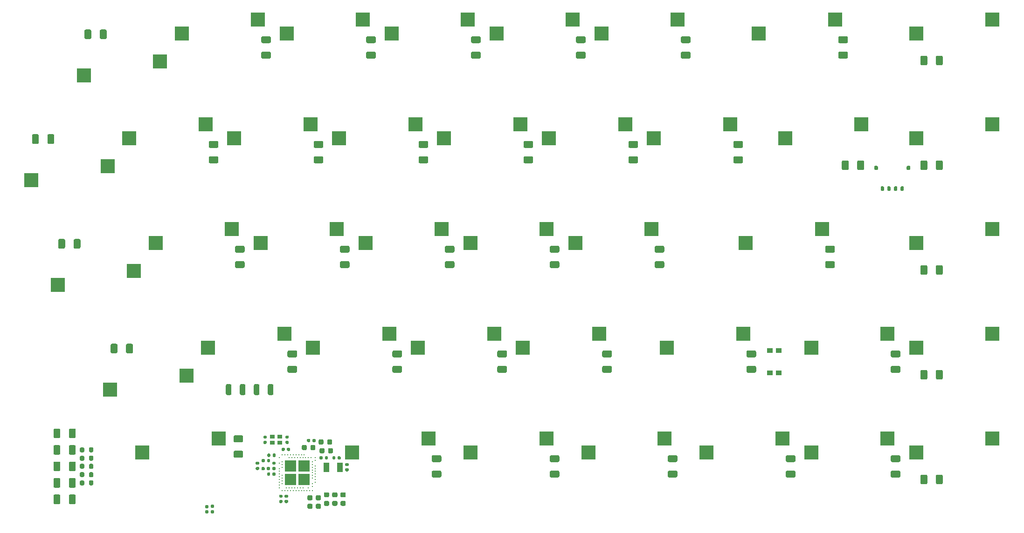
<source format=gbr>
%TF.GenerationSoftware,KiCad,Pcbnew,(5.1.10)-1*%
%TF.CreationDate,2023-08-12T15:50:14-04:00*%
%TF.ProjectId,niche65_mk2_right,6e696368-6536-4355-9f6d-6b325f726967,rev?*%
%TF.SameCoordinates,Original*%
%TF.FileFunction,Paste,Bot*%
%TF.FilePolarity,Positive*%
%FSLAX46Y46*%
G04 Gerber Fmt 4.6, Leading zero omitted, Abs format (unit mm)*
G04 Created by KiCad (PCBNEW (5.1.10)-1) date 2023-08-12 15:50:14*
%MOMM*%
%LPD*%
G01*
G04 APERTURE LIST*
%ADD10R,2.000000X2.000000*%
%ADD11C,0.250000*%
%ADD12R,2.550000X2.500000*%
%ADD13R,1.000000X0.900000*%
%ADD14R,1.000000X1.800000*%
%ADD15R,0.900000X0.800000*%
G04 APERTURE END LIST*
%TO.C,REF\u002A\u002A*%
G36*
G01*
X127122500Y-162980000D02*
X127122500Y-161480000D01*
G75*
G02*
X127372500Y-161230000I250000J0D01*
G01*
X127872500Y-161230000D01*
G75*
G02*
X128122500Y-161480000I0J-250000D01*
G01*
X128122500Y-162980000D01*
G75*
G02*
X127872500Y-163230000I-250000J0D01*
G01*
X127372500Y-163230000D01*
G75*
G02*
X127122500Y-162980000I0J250000D01*
G01*
G37*
%TD*%
%TO.C,REF\u002A\u002A*%
G36*
G01*
X119502500Y-162980000D02*
X119502500Y-161480000D01*
G75*
G02*
X119752500Y-161230000I250000J0D01*
G01*
X120252500Y-161230000D01*
G75*
G02*
X120502500Y-161480000I0J-250000D01*
G01*
X120502500Y-162980000D01*
G75*
G02*
X120252500Y-163230000I-250000J0D01*
G01*
X119752500Y-163230000D01*
G75*
G02*
X119502500Y-162980000I0J250000D01*
G01*
G37*
%TD*%
%TO.C,REF\u002A\u002A*%
G36*
G01*
X122042500Y-162980000D02*
X122042500Y-161480000D01*
G75*
G02*
X122292500Y-161230000I250000J0D01*
G01*
X122792500Y-161230000D01*
G75*
G02*
X123042500Y-161480000I0J-250000D01*
G01*
X123042500Y-162980000D01*
G75*
G02*
X122792500Y-163230000I-250000J0D01*
G01*
X122292500Y-163230000D01*
G75*
G02*
X122042500Y-162980000I0J250000D01*
G01*
G37*
%TD*%
%TO.C,REF\u002A\u002A*%
G36*
G01*
X124582500Y-162980000D02*
X124582500Y-161480000D01*
G75*
G02*
X124832500Y-161230000I250000J0D01*
G01*
X125332500Y-161230000D01*
G75*
G02*
X125582500Y-161480000I0J-250000D01*
G01*
X125582500Y-162980000D01*
G75*
G02*
X125332500Y-163230000I-250000J0D01*
G01*
X124832500Y-163230000D01*
G75*
G02*
X124582500Y-162980000I0J250000D01*
G01*
G37*
%TD*%
%TO.C,J1*%
G36*
G01*
X243093750Y-122137500D02*
X243093750Y-121687500D01*
G75*
G02*
X243268750Y-121512500I175000J0D01*
G01*
X243618750Y-121512500D01*
G75*
G02*
X243793750Y-121687500I0J-175000D01*
G01*
X243793750Y-122137500D01*
G75*
G02*
X243618750Y-122312500I-175000J0D01*
G01*
X243268750Y-122312500D01*
G75*
G02*
X243093750Y-122137500I0J175000D01*
G01*
G37*
G36*
G01*
X237193750Y-122137500D02*
X237193750Y-121687500D01*
G75*
G02*
X237368750Y-121512500I175000J0D01*
G01*
X237718750Y-121512500D01*
G75*
G02*
X237893750Y-121687500I0J-175000D01*
G01*
X237893750Y-122137500D01*
G75*
G02*
X237718750Y-122312500I-175000J0D01*
G01*
X237368750Y-122312500D01*
G75*
G02*
X237193750Y-122137500I0J175000D01*
G01*
G37*
G36*
G01*
X241993750Y-125962500D02*
X241993750Y-125412500D01*
G75*
G02*
X242143750Y-125262500I150000J0D01*
G01*
X242443750Y-125262500D01*
G75*
G02*
X242593750Y-125412500I0J-150000D01*
G01*
X242593750Y-125962500D01*
G75*
G02*
X242443750Y-126112500I-150000J0D01*
G01*
X242143750Y-126112500D01*
G75*
G02*
X241993750Y-125962500I0J150000D01*
G01*
G37*
G36*
G01*
X240793750Y-125962500D02*
X240793750Y-125412500D01*
G75*
G02*
X240943750Y-125262500I150000J0D01*
G01*
X241243750Y-125262500D01*
G75*
G02*
X241393750Y-125412500I0J-150000D01*
G01*
X241393750Y-125962500D01*
G75*
G02*
X241243750Y-126112500I-150000J0D01*
G01*
X240943750Y-126112500D01*
G75*
G02*
X240793750Y-125962500I0J150000D01*
G01*
G37*
G36*
G01*
X239593750Y-125962500D02*
X239593750Y-125412500D01*
G75*
G02*
X239743750Y-125262500I150000J0D01*
G01*
X240043750Y-125262500D01*
G75*
G02*
X240193750Y-125412500I0J-150000D01*
G01*
X240193750Y-125962500D01*
G75*
G02*
X240043750Y-126112500I-150000J0D01*
G01*
X239743750Y-126112500D01*
G75*
G02*
X239593750Y-125962500I0J150000D01*
G01*
G37*
G36*
G01*
X238393750Y-125962500D02*
X238393750Y-125412500D01*
G75*
G02*
X238543750Y-125262500I150000J0D01*
G01*
X238843750Y-125262500D01*
G75*
G02*
X238993750Y-125412500I0J-150000D01*
G01*
X238993750Y-125962500D01*
G75*
G02*
X238843750Y-126112500I-150000J0D01*
G01*
X238543750Y-126112500D01*
G75*
G02*
X238393750Y-125962500I0J150000D01*
G01*
G37*
%TD*%
D10*
%TO.C,U1*%
X131262500Y-178562500D03*
X133687500Y-178562500D03*
X131262500Y-176137500D03*
X133687500Y-176137500D03*
D11*
X129225000Y-174600000D03*
X129725000Y-175350000D03*
X133725000Y-174100000D03*
X134975000Y-174600000D03*
X130475000Y-180100000D03*
X129725000Y-180600000D03*
X135225000Y-180600000D03*
X135225000Y-179850000D03*
X135225000Y-179350000D03*
X135725000Y-179100000D03*
X135725000Y-178600000D03*
X135725000Y-178100000D03*
X135725000Y-177600000D03*
X135725000Y-177100000D03*
X135725000Y-176600000D03*
X135725000Y-176100000D03*
X135225000Y-178350000D03*
X135225000Y-177850000D03*
X135225000Y-177350000D03*
X135225000Y-176850000D03*
X135225000Y-176350000D03*
X135225000Y-175850000D03*
X135725000Y-175100000D03*
X135225000Y-175350000D03*
X135725000Y-174600000D03*
X134725000Y-180600000D03*
X134225000Y-180600000D03*
X133725000Y-180600000D03*
X133225000Y-180600000D03*
X132725000Y-180600000D03*
X132225000Y-180600000D03*
X131725000Y-180600000D03*
X131225000Y-180600000D03*
X130725000Y-180600000D03*
X130225000Y-180600000D03*
X130975000Y-180100000D03*
X131475000Y-180100000D03*
X131975000Y-180100000D03*
X132475000Y-180100000D03*
X132975000Y-180100000D03*
X133475000Y-180100000D03*
X134475000Y-180100000D03*
X134475000Y-174600000D03*
X133975000Y-174600000D03*
X133475000Y-174600000D03*
X132975000Y-174600000D03*
X132475000Y-174600000D03*
X131975000Y-174600000D03*
X131475000Y-174600000D03*
X130975000Y-174600000D03*
X133225000Y-174100000D03*
X132725000Y-174100000D03*
X132225000Y-174100000D03*
X131725000Y-174100000D03*
X131225000Y-174100000D03*
X130725000Y-174100000D03*
X130225000Y-174100000D03*
X129725000Y-174100000D03*
X129725000Y-175850000D03*
X129725000Y-176350000D03*
X129725000Y-177850000D03*
X129725000Y-178350000D03*
X129725000Y-178850000D03*
X129725000Y-179350000D03*
X129225000Y-175600000D03*
X129225000Y-176600000D03*
X129225000Y-177100000D03*
X129225000Y-177600000D03*
X129225000Y-178100000D03*
X129225000Y-178600000D03*
X129225000Y-179100000D03*
X129225000Y-179600000D03*
X129225000Y-180100000D03*
%TD*%
D12*
%TO.C,SW6*%
X201540000Y-94920000D03*
X187690000Y-97460000D03*
%TD*%
%TO.C,SW24*%
X196777500Y-133020000D03*
X182927500Y-135560000D03*
%TD*%
%TO.C,SW23*%
X177727500Y-133020000D03*
X163877500Y-135560000D03*
%TD*%
%TO.C,C1*%
G36*
G01*
X140525000Y-180925000D02*
X141025000Y-180925000D01*
G75*
G02*
X141250000Y-181150000I0J-225000D01*
G01*
X141250000Y-181600000D01*
G75*
G02*
X141025000Y-181825000I-225000J0D01*
G01*
X140525000Y-181825000D01*
G75*
G02*
X140300000Y-181600000I0J225000D01*
G01*
X140300000Y-181150000D01*
G75*
G02*
X140525000Y-180925000I225000J0D01*
G01*
G37*
G36*
G01*
X140525000Y-182475000D02*
X141025000Y-182475000D01*
G75*
G02*
X141250000Y-182700000I0J-225000D01*
G01*
X141250000Y-183150000D01*
G75*
G02*
X141025000Y-183375000I-225000J0D01*
G01*
X140525000Y-183375000D01*
G75*
G02*
X140300000Y-183150000I0J225000D01*
G01*
X140300000Y-182700000D01*
G75*
G02*
X140525000Y-182475000I225000J0D01*
G01*
G37*
%TD*%
%TO.C,C2*%
G36*
G01*
X130305000Y-181340000D02*
X130645000Y-181340000D01*
G75*
G02*
X130785000Y-181480000I0J-140000D01*
G01*
X130785000Y-181760000D01*
G75*
G02*
X130645000Y-181900000I-140000J0D01*
G01*
X130305000Y-181900000D01*
G75*
G02*
X130165000Y-181760000I0J140000D01*
G01*
X130165000Y-181480000D01*
G75*
G02*
X130305000Y-181340000I140000J0D01*
G01*
G37*
G36*
G01*
X130305000Y-182300000D02*
X130645000Y-182300000D01*
G75*
G02*
X130785000Y-182440000I0J-140000D01*
G01*
X130785000Y-182720000D01*
G75*
G02*
X130645000Y-182860000I-140000J0D01*
G01*
X130305000Y-182860000D01*
G75*
G02*
X130165000Y-182720000I0J140000D01*
G01*
X130165000Y-182440000D01*
G75*
G02*
X130305000Y-182300000I140000J0D01*
G01*
G37*
%TD*%
%TO.C,C3*%
G36*
G01*
X129305000Y-182300000D02*
X129645000Y-182300000D01*
G75*
G02*
X129785000Y-182440000I0J-140000D01*
G01*
X129785000Y-182720000D01*
G75*
G02*
X129645000Y-182860000I-140000J0D01*
G01*
X129305000Y-182860000D01*
G75*
G02*
X129165000Y-182720000I0J140000D01*
G01*
X129165000Y-182440000D01*
G75*
G02*
X129305000Y-182300000I140000J0D01*
G01*
G37*
G36*
G01*
X129305000Y-181340000D02*
X129645000Y-181340000D01*
G75*
G02*
X129785000Y-181480000I0J-140000D01*
G01*
X129785000Y-181760000D01*
G75*
G02*
X129645000Y-181900000I-140000J0D01*
G01*
X129305000Y-181900000D01*
G75*
G02*
X129165000Y-181760000I0J140000D01*
G01*
X129165000Y-181480000D01*
G75*
G02*
X129305000Y-181340000I140000J0D01*
G01*
G37*
%TD*%
%TO.C,C4*%
G36*
G01*
X131140000Y-172930000D02*
X131140000Y-173270000D01*
G75*
G02*
X131000000Y-173410000I-140000J0D01*
G01*
X130720000Y-173410000D01*
G75*
G02*
X130580000Y-173270000I0J140000D01*
G01*
X130580000Y-172930000D01*
G75*
G02*
X130720000Y-172790000I140000J0D01*
G01*
X131000000Y-172790000D01*
G75*
G02*
X131140000Y-172930000I0J-140000D01*
G01*
G37*
G36*
G01*
X130180000Y-172930000D02*
X130180000Y-173270000D01*
G75*
G02*
X130040000Y-173410000I-140000J0D01*
G01*
X129760000Y-173410000D01*
G75*
G02*
X129620000Y-173270000I0J140000D01*
G01*
X129620000Y-172930000D01*
G75*
G02*
X129760000Y-172790000I140000J0D01*
G01*
X130040000Y-172790000D01*
G75*
G02*
X130180000Y-172930000I0J-140000D01*
G01*
G37*
%TD*%
%TO.C,C5*%
G36*
G01*
X138050000Y-173600000D02*
X138050000Y-173100000D01*
G75*
G02*
X138275000Y-172875000I225000J0D01*
G01*
X138725000Y-172875000D01*
G75*
G02*
X138950000Y-173100000I0J-225000D01*
G01*
X138950000Y-173600000D01*
G75*
G02*
X138725000Y-173825000I-225000J0D01*
G01*
X138275000Y-173825000D01*
G75*
G02*
X138050000Y-173600000I0J225000D01*
G01*
G37*
G36*
G01*
X136500000Y-173600000D02*
X136500000Y-173100000D01*
G75*
G02*
X136725000Y-172875000I225000J0D01*
G01*
X137175000Y-172875000D01*
G75*
G02*
X137400000Y-173100000I0J-225000D01*
G01*
X137400000Y-173600000D01*
G75*
G02*
X137175000Y-173825000I-225000J0D01*
G01*
X136725000Y-173825000D01*
G75*
G02*
X136500000Y-173600000I0J225000D01*
G01*
G37*
%TD*%
%TO.C,C6*%
G36*
G01*
X139025000Y-182475000D02*
X139525000Y-182475000D01*
G75*
G02*
X139750000Y-182700000I0J-225000D01*
G01*
X139750000Y-183150000D01*
G75*
G02*
X139525000Y-183375000I-225000J0D01*
G01*
X139025000Y-183375000D01*
G75*
G02*
X138800000Y-183150000I0J225000D01*
G01*
X138800000Y-182700000D01*
G75*
G02*
X139025000Y-182475000I225000J0D01*
G01*
G37*
G36*
G01*
X139025000Y-180925000D02*
X139525000Y-180925000D01*
G75*
G02*
X139750000Y-181150000I0J-225000D01*
G01*
X139750000Y-181600000D01*
G75*
G02*
X139525000Y-181825000I-225000J0D01*
G01*
X139025000Y-181825000D01*
G75*
G02*
X138800000Y-181600000I0J225000D01*
G01*
X138800000Y-181150000D01*
G75*
G02*
X139025000Y-180925000I225000J0D01*
G01*
G37*
%TD*%
%TO.C,C7*%
G36*
G01*
X135011000Y-183909000D02*
X134511000Y-183909000D01*
G75*
G02*
X134286000Y-183684000I0J225000D01*
G01*
X134286000Y-183234000D01*
G75*
G02*
X134511000Y-183009000I225000J0D01*
G01*
X135011000Y-183009000D01*
G75*
G02*
X135236000Y-183234000I0J-225000D01*
G01*
X135236000Y-183684000D01*
G75*
G02*
X135011000Y-183909000I-225000J0D01*
G01*
G37*
G36*
G01*
X135011000Y-182359000D02*
X134511000Y-182359000D01*
G75*
G02*
X134286000Y-182134000I0J225000D01*
G01*
X134286000Y-181684000D01*
G75*
G02*
X134511000Y-181459000I225000J0D01*
G01*
X135011000Y-181459000D01*
G75*
G02*
X135236000Y-181684000I0J-225000D01*
G01*
X135236000Y-182134000D01*
G75*
G02*
X135011000Y-182359000I-225000J0D01*
G01*
G37*
%TD*%
%TO.C,C8*%
G36*
G01*
X134832000Y-173028000D02*
X134832000Y-172528000D01*
G75*
G02*
X135057000Y-172303000I225000J0D01*
G01*
X135507000Y-172303000D01*
G75*
G02*
X135732000Y-172528000I0J-225000D01*
G01*
X135732000Y-173028000D01*
G75*
G02*
X135507000Y-173253000I-225000J0D01*
G01*
X135057000Y-173253000D01*
G75*
G02*
X134832000Y-173028000I0J225000D01*
G01*
G37*
G36*
G01*
X133282000Y-173028000D02*
X133282000Y-172528000D01*
G75*
G02*
X133507000Y-172303000I225000J0D01*
G01*
X133957000Y-172303000D01*
G75*
G02*
X134182000Y-172528000I0J-225000D01*
G01*
X134182000Y-173028000D01*
G75*
G02*
X133957000Y-173253000I-225000J0D01*
G01*
X133507000Y-173253000D01*
G75*
G02*
X133282000Y-173028000I0J225000D01*
G01*
G37*
%TD*%
%TO.C,C9*%
G36*
G01*
X126015000Y-175320000D02*
X126015000Y-174980000D01*
G75*
G02*
X126155000Y-174840000I140000J0D01*
G01*
X126435000Y-174840000D01*
G75*
G02*
X126575000Y-174980000I0J-140000D01*
G01*
X126575000Y-175320000D01*
G75*
G02*
X126435000Y-175460000I-140000J0D01*
G01*
X126155000Y-175460000D01*
G75*
G02*
X126015000Y-175320000I0J140000D01*
G01*
G37*
G36*
G01*
X126975000Y-175320000D02*
X126975000Y-174980000D01*
G75*
G02*
X127115000Y-174840000I140000J0D01*
G01*
X127395000Y-174840000D01*
G75*
G02*
X127535000Y-174980000I0J-140000D01*
G01*
X127535000Y-175320000D01*
G75*
G02*
X127395000Y-175460000I-140000J0D01*
G01*
X127115000Y-175460000D01*
G75*
G02*
X126975000Y-175320000I0J140000D01*
G01*
G37*
%TD*%
%TO.C,C10*%
G36*
G01*
X136035000Y-181459000D02*
X136535000Y-181459000D01*
G75*
G02*
X136760000Y-181684000I0J-225000D01*
G01*
X136760000Y-182134000D01*
G75*
G02*
X136535000Y-182359000I-225000J0D01*
G01*
X136035000Y-182359000D01*
G75*
G02*
X135810000Y-182134000I0J225000D01*
G01*
X135810000Y-181684000D01*
G75*
G02*
X136035000Y-181459000I225000J0D01*
G01*
G37*
G36*
G01*
X136035000Y-183009000D02*
X136535000Y-183009000D01*
G75*
G02*
X136760000Y-183234000I0J-225000D01*
G01*
X136760000Y-183684000D01*
G75*
G02*
X136535000Y-183909000I-225000J0D01*
G01*
X136035000Y-183909000D01*
G75*
G02*
X135810000Y-183684000I0J225000D01*
G01*
X135810000Y-183234000D01*
G75*
G02*
X136035000Y-183009000I225000J0D01*
G01*
G37*
%TD*%
%TO.C,C11*%
G36*
G01*
X127545000Y-177430000D02*
X127545000Y-177770000D01*
G75*
G02*
X127405000Y-177910000I-140000J0D01*
G01*
X127125000Y-177910000D01*
G75*
G02*
X126985000Y-177770000I0J140000D01*
G01*
X126985000Y-177430000D01*
G75*
G02*
X127125000Y-177290000I140000J0D01*
G01*
X127405000Y-177290000D01*
G75*
G02*
X127545000Y-177430000I0J-140000D01*
G01*
G37*
G36*
G01*
X128505000Y-177430000D02*
X128505000Y-177770000D01*
G75*
G02*
X128365000Y-177910000I-140000J0D01*
G01*
X128085000Y-177910000D01*
G75*
G02*
X127945000Y-177770000I0J140000D01*
G01*
X127945000Y-177430000D01*
G75*
G02*
X128085000Y-177290000I140000J0D01*
G01*
X128365000Y-177290000D01*
G75*
G02*
X128505000Y-177430000I0J-140000D01*
G01*
G37*
%TD*%
%TO.C,C12*%
G36*
G01*
X128536000Y-174005000D02*
X128536000Y-174345000D01*
G75*
G02*
X128396000Y-174485000I-140000J0D01*
G01*
X128116000Y-174485000D01*
G75*
G02*
X127976000Y-174345000I0J140000D01*
G01*
X127976000Y-174005000D01*
G75*
G02*
X128116000Y-173865000I140000J0D01*
G01*
X128396000Y-173865000D01*
G75*
G02*
X128536000Y-174005000I0J-140000D01*
G01*
G37*
G36*
G01*
X127576000Y-174005000D02*
X127576000Y-174345000D01*
G75*
G02*
X127436000Y-174485000I-140000J0D01*
G01*
X127156000Y-174485000D01*
G75*
G02*
X127016000Y-174345000I0J140000D01*
G01*
X127016000Y-174005000D01*
G75*
G02*
X127156000Y-173865000I140000J0D01*
G01*
X127436000Y-173865000D01*
G75*
G02*
X127576000Y-174005000I0J-140000D01*
G01*
G37*
%TD*%
%TO.C,C13*%
G36*
G01*
X137475000Y-174820000D02*
X137475000Y-174480000D01*
G75*
G02*
X137615000Y-174340000I140000J0D01*
G01*
X137895000Y-174340000D01*
G75*
G02*
X138035000Y-174480000I0J-140000D01*
G01*
X138035000Y-174820000D01*
G75*
G02*
X137895000Y-174960000I-140000J0D01*
G01*
X137615000Y-174960000D01*
G75*
G02*
X137475000Y-174820000I0J140000D01*
G01*
G37*
G36*
G01*
X136515000Y-174820000D02*
X136515000Y-174480000D01*
G75*
G02*
X136655000Y-174340000I140000J0D01*
G01*
X136935000Y-174340000D01*
G75*
G02*
X137075000Y-174480000I0J-140000D01*
G01*
X137075000Y-174820000D01*
G75*
G02*
X136935000Y-174960000I-140000J0D01*
G01*
X136655000Y-174960000D01*
G75*
G02*
X136515000Y-174820000I0J140000D01*
G01*
G37*
%TD*%
%TO.C,C14*%
G36*
G01*
X138815000Y-174820000D02*
X138815000Y-174480000D01*
G75*
G02*
X138955000Y-174340000I140000J0D01*
G01*
X139235000Y-174340000D01*
G75*
G02*
X139375000Y-174480000I0J-140000D01*
G01*
X139375000Y-174820000D01*
G75*
G02*
X139235000Y-174960000I-140000J0D01*
G01*
X138955000Y-174960000D01*
G75*
G02*
X138815000Y-174820000I0J140000D01*
G01*
G37*
G36*
G01*
X139775000Y-174820000D02*
X139775000Y-174480000D01*
G75*
G02*
X139915000Y-174340000I140000J0D01*
G01*
X140195000Y-174340000D01*
G75*
G02*
X140335000Y-174480000I0J-140000D01*
G01*
X140335000Y-174820000D01*
G75*
G02*
X140195000Y-174960000I-140000J0D01*
G01*
X139915000Y-174960000D01*
G75*
G02*
X139775000Y-174820000I0J140000D01*
G01*
G37*
%TD*%
%TO.C,C15*%
G36*
G01*
X141305000Y-176550000D02*
X141645000Y-176550000D01*
G75*
G02*
X141785000Y-176690000I0J-140000D01*
G01*
X141785000Y-176970000D01*
G75*
G02*
X141645000Y-177110000I-140000J0D01*
G01*
X141305000Y-177110000D01*
G75*
G02*
X141165000Y-176970000I0J140000D01*
G01*
X141165000Y-176690000D01*
G75*
G02*
X141305000Y-176550000I140000J0D01*
G01*
G37*
G36*
G01*
X141305000Y-175590000D02*
X141645000Y-175590000D01*
G75*
G02*
X141785000Y-175730000I0J-140000D01*
G01*
X141785000Y-176010000D01*
G75*
G02*
X141645000Y-176150000I-140000J0D01*
G01*
X141305000Y-176150000D01*
G75*
G02*
X141165000Y-176010000I0J140000D01*
G01*
X141165000Y-175730000D01*
G75*
G02*
X141305000Y-175590000I140000J0D01*
G01*
G37*
%TD*%
%TO.C,C16*%
G36*
G01*
X115856250Y-183240000D02*
X116196250Y-183240000D01*
G75*
G02*
X116336250Y-183380000I0J-140000D01*
G01*
X116336250Y-183660000D01*
G75*
G02*
X116196250Y-183800000I-140000J0D01*
G01*
X115856250Y-183800000D01*
G75*
G02*
X115716250Y-183660000I0J140000D01*
G01*
X115716250Y-183380000D01*
G75*
G02*
X115856250Y-183240000I140000J0D01*
G01*
G37*
G36*
G01*
X115856250Y-184200000D02*
X116196250Y-184200000D01*
G75*
G02*
X116336250Y-184340000I0J-140000D01*
G01*
X116336250Y-184620000D01*
G75*
G02*
X116196250Y-184760000I-140000J0D01*
G01*
X115856250Y-184760000D01*
G75*
G02*
X115716250Y-184620000I0J140000D01*
G01*
X115716250Y-184340000D01*
G75*
G02*
X115856250Y-184200000I140000J0D01*
G01*
G37*
%TD*%
%TO.C,C17*%
G36*
G01*
X125395000Y-175900000D02*
X125055000Y-175900000D01*
G75*
G02*
X124915000Y-175760000I0J140000D01*
G01*
X124915000Y-175480000D01*
G75*
G02*
X125055000Y-175340000I140000J0D01*
G01*
X125395000Y-175340000D01*
G75*
G02*
X125535000Y-175480000I0J-140000D01*
G01*
X125535000Y-175760000D01*
G75*
G02*
X125395000Y-175900000I-140000J0D01*
G01*
G37*
G36*
G01*
X125395000Y-176860000D02*
X125055000Y-176860000D01*
G75*
G02*
X124915000Y-176720000I0J140000D01*
G01*
X124915000Y-176440000D01*
G75*
G02*
X125055000Y-176300000I140000J0D01*
G01*
X125395000Y-176300000D01*
G75*
G02*
X125535000Y-176440000I0J-140000D01*
G01*
X125535000Y-176720000D01*
G75*
G02*
X125395000Y-176860000I-140000J0D01*
G01*
G37*
%TD*%
%TO.C,C18*%
G36*
G01*
X128395000Y-176860000D02*
X128055000Y-176860000D01*
G75*
G02*
X127915000Y-176720000I0J140000D01*
G01*
X127915000Y-176440000D01*
G75*
G02*
X128055000Y-176300000I140000J0D01*
G01*
X128395000Y-176300000D01*
G75*
G02*
X128535000Y-176440000I0J-140000D01*
G01*
X128535000Y-176720000D01*
G75*
G02*
X128395000Y-176860000I-140000J0D01*
G01*
G37*
G36*
G01*
X128395000Y-175900000D02*
X128055000Y-175900000D01*
G75*
G02*
X127915000Y-175760000I0J140000D01*
G01*
X127915000Y-175480000D01*
G75*
G02*
X128055000Y-175340000I140000J0D01*
G01*
X128395000Y-175340000D01*
G75*
G02*
X128535000Y-175480000I0J-140000D01*
G01*
X128535000Y-175760000D01*
G75*
G02*
X128395000Y-175900000I-140000J0D01*
G01*
G37*
%TD*%
%TO.C,C19*%
G36*
G01*
X126440000Y-171550000D02*
X126780000Y-171550000D01*
G75*
G02*
X126920000Y-171690000I0J-140000D01*
G01*
X126920000Y-171970000D01*
G75*
G02*
X126780000Y-172110000I-140000J0D01*
G01*
X126440000Y-172110000D01*
G75*
G02*
X126300000Y-171970000I0J140000D01*
G01*
X126300000Y-171690000D01*
G75*
G02*
X126440000Y-171550000I140000J0D01*
G01*
G37*
G36*
G01*
X126440000Y-170590000D02*
X126780000Y-170590000D01*
G75*
G02*
X126920000Y-170730000I0J-140000D01*
G01*
X126920000Y-171010000D01*
G75*
G02*
X126780000Y-171150000I-140000J0D01*
G01*
X126440000Y-171150000D01*
G75*
G02*
X126300000Y-171010000I0J140000D01*
G01*
X126300000Y-170730000D01*
G75*
G02*
X126440000Y-170590000I140000J0D01*
G01*
G37*
%TD*%
%TO.C,C20*%
G36*
G01*
X130780000Y-172110000D02*
X130440000Y-172110000D01*
G75*
G02*
X130300000Y-171970000I0J140000D01*
G01*
X130300000Y-171690000D01*
G75*
G02*
X130440000Y-171550000I140000J0D01*
G01*
X130780000Y-171550000D01*
G75*
G02*
X130920000Y-171690000I0J-140000D01*
G01*
X130920000Y-171970000D01*
G75*
G02*
X130780000Y-172110000I-140000J0D01*
G01*
G37*
G36*
G01*
X130780000Y-171150000D02*
X130440000Y-171150000D01*
G75*
G02*
X130300000Y-171010000I0J140000D01*
G01*
X130300000Y-170730000D01*
G75*
G02*
X130440000Y-170590000I140000J0D01*
G01*
X130780000Y-170590000D01*
G75*
G02*
X130920000Y-170730000I0J-140000D01*
G01*
X130920000Y-171010000D01*
G75*
G02*
X130780000Y-171150000I-140000J0D01*
G01*
G37*
%TD*%
%TO.C,D1*%
G36*
G01*
X97857793Y-96993748D02*
X97857793Y-98243748D01*
G75*
G02*
X97607793Y-98493748I-250000J0D01*
G01*
X96857793Y-98493748D01*
G75*
G02*
X96607793Y-98243748I0J250000D01*
G01*
X96607793Y-96993748D01*
G75*
G02*
X96857793Y-96743748I250000J0D01*
G01*
X97607793Y-96743748D01*
G75*
G02*
X97857793Y-96993748I0J-250000D01*
G01*
G37*
G36*
G01*
X95057793Y-96993748D02*
X95057793Y-98243748D01*
G75*
G02*
X94807793Y-98493748I-250000J0D01*
G01*
X94057793Y-98493748D01*
G75*
G02*
X93807793Y-98243748I0J250000D01*
G01*
X93807793Y-96993748D01*
G75*
G02*
X94057793Y-96743748I250000J0D01*
G01*
X94807793Y-96743748D01*
G75*
G02*
X95057793Y-96993748I0J-250000D01*
G01*
G37*
%TD*%
%TO.C,D2*%
G36*
G01*
X127414069Y-99225000D02*
X126164069Y-99225000D01*
G75*
G02*
X125914069Y-98975000I0J250000D01*
G01*
X125914069Y-98225000D01*
G75*
G02*
X126164069Y-97975000I250000J0D01*
G01*
X127414069Y-97975000D01*
G75*
G02*
X127664069Y-98225000I0J-250000D01*
G01*
X127664069Y-98975000D01*
G75*
G02*
X127414069Y-99225000I-250000J0D01*
G01*
G37*
G36*
G01*
X127414069Y-102025000D02*
X126164069Y-102025000D01*
G75*
G02*
X125914069Y-101775000I0J250000D01*
G01*
X125914069Y-101025000D01*
G75*
G02*
X126164069Y-100775000I250000J0D01*
G01*
X127414069Y-100775000D01*
G75*
G02*
X127664069Y-101025000I0J-250000D01*
G01*
X127664069Y-101775000D01*
G75*
G02*
X127414069Y-102025000I-250000J0D01*
G01*
G37*
%TD*%
%TO.C,D3*%
G36*
G01*
X146464085Y-99225000D02*
X145214085Y-99225000D01*
G75*
G02*
X144964085Y-98975000I0J250000D01*
G01*
X144964085Y-98225000D01*
G75*
G02*
X145214085Y-97975000I250000J0D01*
G01*
X146464085Y-97975000D01*
G75*
G02*
X146714085Y-98225000I0J-250000D01*
G01*
X146714085Y-98975000D01*
G75*
G02*
X146464085Y-99225000I-250000J0D01*
G01*
G37*
G36*
G01*
X146464085Y-102025000D02*
X145214085Y-102025000D01*
G75*
G02*
X144964085Y-101775000I0J250000D01*
G01*
X144964085Y-101025000D01*
G75*
G02*
X145214085Y-100775000I250000J0D01*
G01*
X146464085Y-100775000D01*
G75*
G02*
X146714085Y-101025000I0J-250000D01*
G01*
X146714085Y-101775000D01*
G75*
G02*
X146464085Y-102025000I-250000J0D01*
G01*
G37*
%TD*%
%TO.C,D4*%
G36*
G01*
X165514101Y-99225000D02*
X164264101Y-99225000D01*
G75*
G02*
X164014101Y-98975000I0J250000D01*
G01*
X164014101Y-98225000D01*
G75*
G02*
X164264101Y-97975000I250000J0D01*
G01*
X165514101Y-97975000D01*
G75*
G02*
X165764101Y-98225000I0J-250000D01*
G01*
X165764101Y-98975000D01*
G75*
G02*
X165514101Y-99225000I-250000J0D01*
G01*
G37*
G36*
G01*
X165514101Y-102025000D02*
X164264101Y-102025000D01*
G75*
G02*
X164014101Y-101775000I0J250000D01*
G01*
X164014101Y-101025000D01*
G75*
G02*
X164264101Y-100775000I250000J0D01*
G01*
X165514101Y-100775000D01*
G75*
G02*
X165764101Y-101025000I0J-250000D01*
G01*
X165764101Y-101775000D01*
G75*
G02*
X165514101Y-102025000I-250000J0D01*
G01*
G37*
%TD*%
%TO.C,D5*%
G36*
G01*
X184564069Y-102025000D02*
X183314069Y-102025000D01*
G75*
G02*
X183064069Y-101775000I0J250000D01*
G01*
X183064069Y-101025000D01*
G75*
G02*
X183314069Y-100775000I250000J0D01*
G01*
X184564069Y-100775000D01*
G75*
G02*
X184814069Y-101025000I0J-250000D01*
G01*
X184814069Y-101775000D01*
G75*
G02*
X184564069Y-102025000I-250000J0D01*
G01*
G37*
G36*
G01*
X184564069Y-99225000D02*
X183314069Y-99225000D01*
G75*
G02*
X183064069Y-98975000I0J250000D01*
G01*
X183064069Y-98225000D01*
G75*
G02*
X183314069Y-97975000I250000J0D01*
G01*
X184564069Y-97975000D01*
G75*
G02*
X184814069Y-98225000I0J-250000D01*
G01*
X184814069Y-98975000D01*
G75*
G02*
X184564069Y-99225000I-250000J0D01*
G01*
G37*
%TD*%
%TO.C,D6*%
G36*
G01*
X203614085Y-99225000D02*
X202364085Y-99225000D01*
G75*
G02*
X202114085Y-98975000I0J250000D01*
G01*
X202114085Y-98225000D01*
G75*
G02*
X202364085Y-97975000I250000J0D01*
G01*
X203614085Y-97975000D01*
G75*
G02*
X203864085Y-98225000I0J-250000D01*
G01*
X203864085Y-98975000D01*
G75*
G02*
X203614085Y-99225000I-250000J0D01*
G01*
G37*
G36*
G01*
X203614085Y-102025000D02*
X202364085Y-102025000D01*
G75*
G02*
X202114085Y-101775000I0J250000D01*
G01*
X202114085Y-101025000D01*
G75*
G02*
X202364085Y-100775000I250000J0D01*
G01*
X203614085Y-100775000D01*
G75*
G02*
X203864085Y-101025000I0J-250000D01*
G01*
X203864085Y-101775000D01*
G75*
G02*
X203614085Y-102025000I-250000J0D01*
G01*
G37*
%TD*%
%TO.C,D8*%
G36*
G01*
X232189109Y-99225000D02*
X230939109Y-99225000D01*
G75*
G02*
X230689109Y-98975000I0J250000D01*
G01*
X230689109Y-98225000D01*
G75*
G02*
X230939109Y-97975000I250000J0D01*
G01*
X232189109Y-97975000D01*
G75*
G02*
X232439109Y-98225000I0J-250000D01*
G01*
X232439109Y-98975000D01*
G75*
G02*
X232189109Y-99225000I-250000J0D01*
G01*
G37*
G36*
G01*
X232189109Y-102025000D02*
X230939109Y-102025000D01*
G75*
G02*
X230689109Y-101775000I0J250000D01*
G01*
X230689109Y-101025000D01*
G75*
G02*
X230939109Y-100775000I250000J0D01*
G01*
X232189109Y-100775000D01*
G75*
G02*
X232439109Y-101025000I0J-250000D01*
G01*
X232439109Y-101775000D01*
G75*
G02*
X232189109Y-102025000I-250000J0D01*
G01*
G37*
%TD*%
%TO.C,D9*%
G36*
G01*
X245612500Y-103006250D02*
X245612500Y-101756250D01*
G75*
G02*
X245862500Y-101506250I250000J0D01*
G01*
X246612500Y-101506250D01*
G75*
G02*
X246862500Y-101756250I0J-250000D01*
G01*
X246862500Y-103006250D01*
G75*
G02*
X246612500Y-103256250I-250000J0D01*
G01*
X245862500Y-103256250D01*
G75*
G02*
X245612500Y-103006250I0J250000D01*
G01*
G37*
G36*
G01*
X248412500Y-103006250D02*
X248412500Y-101756250D01*
G75*
G02*
X248662500Y-101506250I250000J0D01*
G01*
X249412500Y-101506250D01*
G75*
G02*
X249662500Y-101756250I0J-250000D01*
G01*
X249662500Y-103006250D01*
G75*
G02*
X249412500Y-103256250I-250000J0D01*
G01*
X248662500Y-103256250D01*
G75*
G02*
X248412500Y-103006250I0J250000D01*
G01*
G37*
%TD*%
%TO.C,D10*%
G36*
G01*
X88332737Y-116043764D02*
X88332737Y-117293764D01*
G75*
G02*
X88082737Y-117543764I-250000J0D01*
G01*
X87332737Y-117543764D01*
G75*
G02*
X87082737Y-117293764I0J250000D01*
G01*
X87082737Y-116043764D01*
G75*
G02*
X87332737Y-115793764I250000J0D01*
G01*
X88082737Y-115793764D01*
G75*
G02*
X88332737Y-116043764I0J-250000D01*
G01*
G37*
G36*
G01*
X85532737Y-116043764D02*
X85532737Y-117293764D01*
G75*
G02*
X85282737Y-117543764I-250000J0D01*
G01*
X84532737Y-117543764D01*
G75*
G02*
X84282737Y-117293764I0J250000D01*
G01*
X84282737Y-116043764D01*
G75*
G02*
X84532737Y-115793764I250000J0D01*
G01*
X85282737Y-115793764D01*
G75*
G02*
X85532737Y-116043764I0J-250000D01*
G01*
G37*
%TD*%
%TO.C,D11*%
G36*
G01*
X117889013Y-121075016D02*
X116639013Y-121075016D01*
G75*
G02*
X116389013Y-120825016I0J250000D01*
G01*
X116389013Y-120075016D01*
G75*
G02*
X116639013Y-119825016I250000J0D01*
G01*
X117889013Y-119825016D01*
G75*
G02*
X118139013Y-120075016I0J-250000D01*
G01*
X118139013Y-120825016D01*
G75*
G02*
X117889013Y-121075016I-250000J0D01*
G01*
G37*
G36*
G01*
X117889013Y-118275016D02*
X116639013Y-118275016D01*
G75*
G02*
X116389013Y-118025016I0J250000D01*
G01*
X116389013Y-117275016D01*
G75*
G02*
X116639013Y-117025016I250000J0D01*
G01*
X117889013Y-117025016D01*
G75*
G02*
X118139013Y-117275016I0J-250000D01*
G01*
X118139013Y-118025016D01*
G75*
G02*
X117889013Y-118275016I-250000J0D01*
G01*
G37*
%TD*%
%TO.C,D12*%
G36*
G01*
X136939029Y-118275016D02*
X135689029Y-118275016D01*
G75*
G02*
X135439029Y-118025016I0J250000D01*
G01*
X135439029Y-117275016D01*
G75*
G02*
X135689029Y-117025016I250000J0D01*
G01*
X136939029Y-117025016D01*
G75*
G02*
X137189029Y-117275016I0J-250000D01*
G01*
X137189029Y-118025016D01*
G75*
G02*
X136939029Y-118275016I-250000J0D01*
G01*
G37*
G36*
G01*
X136939029Y-121075016D02*
X135689029Y-121075016D01*
G75*
G02*
X135439029Y-120825016I0J250000D01*
G01*
X135439029Y-120075016D01*
G75*
G02*
X135689029Y-119825016I250000J0D01*
G01*
X136939029Y-119825016D01*
G75*
G02*
X137189029Y-120075016I0J-250000D01*
G01*
X137189029Y-120825016D01*
G75*
G02*
X136939029Y-121075016I-250000J0D01*
G01*
G37*
%TD*%
%TO.C,D13*%
G36*
G01*
X155989045Y-118275016D02*
X154739045Y-118275016D01*
G75*
G02*
X154489045Y-118025016I0J250000D01*
G01*
X154489045Y-117275016D01*
G75*
G02*
X154739045Y-117025016I250000J0D01*
G01*
X155989045Y-117025016D01*
G75*
G02*
X156239045Y-117275016I0J-250000D01*
G01*
X156239045Y-118025016D01*
G75*
G02*
X155989045Y-118275016I-250000J0D01*
G01*
G37*
G36*
G01*
X155989045Y-121075016D02*
X154739045Y-121075016D01*
G75*
G02*
X154489045Y-120825016I0J250000D01*
G01*
X154489045Y-120075016D01*
G75*
G02*
X154739045Y-119825016I250000J0D01*
G01*
X155989045Y-119825016D01*
G75*
G02*
X156239045Y-120075016I0J-250000D01*
G01*
X156239045Y-120825016D01*
G75*
G02*
X155989045Y-121075016I-250000J0D01*
G01*
G37*
%TD*%
%TO.C,D14*%
G36*
G01*
X175039061Y-118275016D02*
X173789061Y-118275016D01*
G75*
G02*
X173539061Y-118025016I0J250000D01*
G01*
X173539061Y-117275016D01*
G75*
G02*
X173789061Y-117025016I250000J0D01*
G01*
X175039061Y-117025016D01*
G75*
G02*
X175289061Y-117275016I0J-250000D01*
G01*
X175289061Y-118025016D01*
G75*
G02*
X175039061Y-118275016I-250000J0D01*
G01*
G37*
G36*
G01*
X175039061Y-121075016D02*
X173789061Y-121075016D01*
G75*
G02*
X173539061Y-120825016I0J250000D01*
G01*
X173539061Y-120075016D01*
G75*
G02*
X173789061Y-119825016I250000J0D01*
G01*
X175039061Y-119825016D01*
G75*
G02*
X175289061Y-120075016I0J-250000D01*
G01*
X175289061Y-120825016D01*
G75*
G02*
X175039061Y-121075016I-250000J0D01*
G01*
G37*
%TD*%
%TO.C,D15*%
G36*
G01*
X194089077Y-121075016D02*
X192839077Y-121075016D01*
G75*
G02*
X192589077Y-120825016I0J250000D01*
G01*
X192589077Y-120075016D01*
G75*
G02*
X192839077Y-119825016I250000J0D01*
G01*
X194089077Y-119825016D01*
G75*
G02*
X194339077Y-120075016I0J-250000D01*
G01*
X194339077Y-120825016D01*
G75*
G02*
X194089077Y-121075016I-250000J0D01*
G01*
G37*
G36*
G01*
X194089077Y-118275016D02*
X192839077Y-118275016D01*
G75*
G02*
X192589077Y-118025016I0J250000D01*
G01*
X192589077Y-117275016D01*
G75*
G02*
X192839077Y-117025016I250000J0D01*
G01*
X194089077Y-117025016D01*
G75*
G02*
X194339077Y-117275016I0J-250000D01*
G01*
X194339077Y-118025016D01*
G75*
G02*
X194089077Y-118275016I-250000J0D01*
G01*
G37*
%TD*%
%TO.C,D16*%
G36*
G01*
X213139093Y-118275016D02*
X211889093Y-118275016D01*
G75*
G02*
X211639093Y-118025016I0J250000D01*
G01*
X211639093Y-117275016D01*
G75*
G02*
X211889093Y-117025016I250000J0D01*
G01*
X213139093Y-117025016D01*
G75*
G02*
X213389093Y-117275016I0J-250000D01*
G01*
X213389093Y-118025016D01*
G75*
G02*
X213139093Y-118275016I-250000J0D01*
G01*
G37*
G36*
G01*
X213139093Y-121075016D02*
X211889093Y-121075016D01*
G75*
G02*
X211639093Y-120825016I0J250000D01*
G01*
X211639093Y-120075016D01*
G75*
G02*
X211889093Y-119825016I250000J0D01*
G01*
X213139093Y-119825016D01*
G75*
G02*
X213389093Y-120075016I0J-250000D01*
G01*
X213389093Y-120825016D01*
G75*
G02*
X213139093Y-121075016I-250000J0D01*
G01*
G37*
%TD*%
%TO.C,D17*%
G36*
G01*
X231325000Y-122056250D02*
X231325000Y-120806250D01*
G75*
G02*
X231575000Y-120556250I250000J0D01*
G01*
X232325000Y-120556250D01*
G75*
G02*
X232575000Y-120806250I0J-250000D01*
G01*
X232575000Y-122056250D01*
G75*
G02*
X232325000Y-122306250I-250000J0D01*
G01*
X231575000Y-122306250D01*
G75*
G02*
X231325000Y-122056250I0J250000D01*
G01*
G37*
G36*
G01*
X234125000Y-122056250D02*
X234125000Y-120806250D01*
G75*
G02*
X234375000Y-120556250I250000J0D01*
G01*
X235125000Y-120556250D01*
G75*
G02*
X235375000Y-120806250I0J-250000D01*
G01*
X235375000Y-122056250D01*
G75*
G02*
X235125000Y-122306250I-250000J0D01*
G01*
X234375000Y-122306250D01*
G75*
G02*
X234125000Y-122056250I0J250000D01*
G01*
G37*
%TD*%
%TO.C,D18*%
G36*
G01*
X245612500Y-122056250D02*
X245612500Y-120806250D01*
G75*
G02*
X245862500Y-120556250I250000J0D01*
G01*
X246612500Y-120556250D01*
G75*
G02*
X246862500Y-120806250I0J-250000D01*
G01*
X246862500Y-122056250D01*
G75*
G02*
X246612500Y-122306250I-250000J0D01*
G01*
X245862500Y-122306250D01*
G75*
G02*
X245612500Y-122056250I0J250000D01*
G01*
G37*
G36*
G01*
X248412500Y-122056250D02*
X248412500Y-120806250D01*
G75*
G02*
X248662500Y-120556250I250000J0D01*
G01*
X249412500Y-120556250D01*
G75*
G02*
X249662500Y-120806250I0J-250000D01*
G01*
X249662500Y-122056250D01*
G75*
G02*
X249412500Y-122306250I-250000J0D01*
G01*
X248662500Y-122306250D01*
G75*
G02*
X248412500Y-122056250I0J250000D01*
G01*
G37*
%TD*%
%TO.C,D19*%
G36*
G01*
X93095241Y-135093780D02*
X93095241Y-136343780D01*
G75*
G02*
X92845241Y-136593780I-250000J0D01*
G01*
X92095241Y-136593780D01*
G75*
G02*
X91845241Y-136343780I0J250000D01*
G01*
X91845241Y-135093780D01*
G75*
G02*
X92095241Y-134843780I250000J0D01*
G01*
X92845241Y-134843780D01*
G75*
G02*
X93095241Y-135093780I0J-250000D01*
G01*
G37*
G36*
G01*
X90295241Y-135093780D02*
X90295241Y-136343780D01*
G75*
G02*
X90045241Y-136593780I-250000J0D01*
G01*
X89295241Y-136593780D01*
G75*
G02*
X89045241Y-136343780I0J250000D01*
G01*
X89045241Y-135093780D01*
G75*
G02*
X89295241Y-134843780I250000J0D01*
G01*
X90045241Y-134843780D01*
G75*
G02*
X90295241Y-135093780I0J-250000D01*
G01*
G37*
%TD*%
%TO.C,D20*%
G36*
G01*
X122651517Y-140125032D02*
X121401517Y-140125032D01*
G75*
G02*
X121151517Y-139875032I0J250000D01*
G01*
X121151517Y-139125032D01*
G75*
G02*
X121401517Y-138875032I250000J0D01*
G01*
X122651517Y-138875032D01*
G75*
G02*
X122901517Y-139125032I0J-250000D01*
G01*
X122901517Y-139875032D01*
G75*
G02*
X122651517Y-140125032I-250000J0D01*
G01*
G37*
G36*
G01*
X122651517Y-137325032D02*
X121401517Y-137325032D01*
G75*
G02*
X121151517Y-137075032I0J250000D01*
G01*
X121151517Y-136325032D01*
G75*
G02*
X121401517Y-136075032I250000J0D01*
G01*
X122651517Y-136075032D01*
G75*
G02*
X122901517Y-136325032I0J-250000D01*
G01*
X122901517Y-137075032D01*
G75*
G02*
X122651517Y-137325032I-250000J0D01*
G01*
G37*
%TD*%
%TO.C,D21*%
G36*
G01*
X141701533Y-137325032D02*
X140451533Y-137325032D01*
G75*
G02*
X140201533Y-137075032I0J250000D01*
G01*
X140201533Y-136325032D01*
G75*
G02*
X140451533Y-136075032I250000J0D01*
G01*
X141701533Y-136075032D01*
G75*
G02*
X141951533Y-136325032I0J-250000D01*
G01*
X141951533Y-137075032D01*
G75*
G02*
X141701533Y-137325032I-250000J0D01*
G01*
G37*
G36*
G01*
X141701533Y-140125032D02*
X140451533Y-140125032D01*
G75*
G02*
X140201533Y-139875032I0J250000D01*
G01*
X140201533Y-139125032D01*
G75*
G02*
X140451533Y-138875032I250000J0D01*
G01*
X141701533Y-138875032D01*
G75*
G02*
X141951533Y-139125032I0J-250000D01*
G01*
X141951533Y-139875032D01*
G75*
G02*
X141701533Y-140125032I-250000J0D01*
G01*
G37*
%TD*%
%TO.C,D22*%
G36*
G01*
X160751549Y-137325032D02*
X159501549Y-137325032D01*
G75*
G02*
X159251549Y-137075032I0J250000D01*
G01*
X159251549Y-136325032D01*
G75*
G02*
X159501549Y-136075032I250000J0D01*
G01*
X160751549Y-136075032D01*
G75*
G02*
X161001549Y-136325032I0J-250000D01*
G01*
X161001549Y-137075032D01*
G75*
G02*
X160751549Y-137325032I-250000J0D01*
G01*
G37*
G36*
G01*
X160751549Y-140125032D02*
X159501549Y-140125032D01*
G75*
G02*
X159251549Y-139875032I0J250000D01*
G01*
X159251549Y-139125032D01*
G75*
G02*
X159501549Y-138875032I250000J0D01*
G01*
X160751549Y-138875032D01*
G75*
G02*
X161001549Y-139125032I0J-250000D01*
G01*
X161001549Y-139875032D01*
G75*
G02*
X160751549Y-140125032I-250000J0D01*
G01*
G37*
%TD*%
%TO.C,D23*%
G36*
G01*
X179801565Y-137325032D02*
X178551565Y-137325032D01*
G75*
G02*
X178301565Y-137075032I0J250000D01*
G01*
X178301565Y-136325032D01*
G75*
G02*
X178551565Y-136075032I250000J0D01*
G01*
X179801565Y-136075032D01*
G75*
G02*
X180051565Y-136325032I0J-250000D01*
G01*
X180051565Y-137075032D01*
G75*
G02*
X179801565Y-137325032I-250000J0D01*
G01*
G37*
G36*
G01*
X179801565Y-140125032D02*
X178551565Y-140125032D01*
G75*
G02*
X178301565Y-139875032I0J250000D01*
G01*
X178301565Y-139125032D01*
G75*
G02*
X178551565Y-138875032I250000J0D01*
G01*
X179801565Y-138875032D01*
G75*
G02*
X180051565Y-139125032I0J-250000D01*
G01*
X180051565Y-139875032D01*
G75*
G02*
X179801565Y-140125032I-250000J0D01*
G01*
G37*
%TD*%
%TO.C,D24*%
G36*
G01*
X198851581Y-140125032D02*
X197601581Y-140125032D01*
G75*
G02*
X197351581Y-139875032I0J250000D01*
G01*
X197351581Y-139125032D01*
G75*
G02*
X197601581Y-138875032I250000J0D01*
G01*
X198851581Y-138875032D01*
G75*
G02*
X199101581Y-139125032I0J-250000D01*
G01*
X199101581Y-139875032D01*
G75*
G02*
X198851581Y-140125032I-250000J0D01*
G01*
G37*
G36*
G01*
X198851581Y-137325032D02*
X197601581Y-137325032D01*
G75*
G02*
X197351581Y-137075032I0J250000D01*
G01*
X197351581Y-136325032D01*
G75*
G02*
X197601581Y-136075032I250000J0D01*
G01*
X198851581Y-136075032D01*
G75*
G02*
X199101581Y-136325032I0J-250000D01*
G01*
X199101581Y-137075032D01*
G75*
G02*
X198851581Y-137325032I-250000J0D01*
G01*
G37*
%TD*%
%TO.C,D25*%
G36*
G01*
X229807857Y-137325032D02*
X228557857Y-137325032D01*
G75*
G02*
X228307857Y-137075032I0J250000D01*
G01*
X228307857Y-136325032D01*
G75*
G02*
X228557857Y-136075032I250000J0D01*
G01*
X229807857Y-136075032D01*
G75*
G02*
X230057857Y-136325032I0J-250000D01*
G01*
X230057857Y-137075032D01*
G75*
G02*
X229807857Y-137325032I-250000J0D01*
G01*
G37*
G36*
G01*
X229807857Y-140125032D02*
X228557857Y-140125032D01*
G75*
G02*
X228307857Y-139875032I0J250000D01*
G01*
X228307857Y-139125032D01*
G75*
G02*
X228557857Y-138875032I250000J0D01*
G01*
X229807857Y-138875032D01*
G75*
G02*
X230057857Y-139125032I0J-250000D01*
G01*
X230057857Y-139875032D01*
G75*
G02*
X229807857Y-140125032I-250000J0D01*
G01*
G37*
%TD*%
%TO.C,D26*%
G36*
G01*
X245612500Y-141106250D02*
X245612500Y-139856250D01*
G75*
G02*
X245862500Y-139606250I250000J0D01*
G01*
X246612500Y-139606250D01*
G75*
G02*
X246862500Y-139856250I0J-250000D01*
G01*
X246862500Y-141106250D01*
G75*
G02*
X246612500Y-141356250I-250000J0D01*
G01*
X245862500Y-141356250D01*
G75*
G02*
X245612500Y-141106250I0J250000D01*
G01*
G37*
G36*
G01*
X248412500Y-141106250D02*
X248412500Y-139856250D01*
G75*
G02*
X248662500Y-139606250I250000J0D01*
G01*
X249412500Y-139606250D01*
G75*
G02*
X249662500Y-139856250I0J-250000D01*
G01*
X249662500Y-141106250D01*
G75*
G02*
X249412500Y-141356250I-250000J0D01*
G01*
X248662500Y-141356250D01*
G75*
G02*
X248412500Y-141106250I0J250000D01*
G01*
G37*
%TD*%
%TO.C,D27*%
G36*
G01*
X102620249Y-154143796D02*
X102620249Y-155393796D01*
G75*
G02*
X102370249Y-155643796I-250000J0D01*
G01*
X101620249Y-155643796D01*
G75*
G02*
X101370249Y-155393796I0J250000D01*
G01*
X101370249Y-154143796D01*
G75*
G02*
X101620249Y-153893796I250000J0D01*
G01*
X102370249Y-153893796D01*
G75*
G02*
X102620249Y-154143796I0J-250000D01*
G01*
G37*
G36*
G01*
X99820249Y-154143796D02*
X99820249Y-155393796D01*
G75*
G02*
X99570249Y-155643796I-250000J0D01*
G01*
X98820249Y-155643796D01*
G75*
G02*
X98570249Y-155393796I0J250000D01*
G01*
X98570249Y-154143796D01*
G75*
G02*
X98820249Y-153893796I250000J0D01*
G01*
X99570249Y-153893796D01*
G75*
G02*
X99820249Y-154143796I0J-250000D01*
G01*
G37*
%TD*%
%TO.C,D28*%
G36*
G01*
X132176525Y-156375048D02*
X130926525Y-156375048D01*
G75*
G02*
X130676525Y-156125048I0J250000D01*
G01*
X130676525Y-155375048D01*
G75*
G02*
X130926525Y-155125048I250000J0D01*
G01*
X132176525Y-155125048D01*
G75*
G02*
X132426525Y-155375048I0J-250000D01*
G01*
X132426525Y-156125048D01*
G75*
G02*
X132176525Y-156375048I-250000J0D01*
G01*
G37*
G36*
G01*
X132176525Y-159175048D02*
X130926525Y-159175048D01*
G75*
G02*
X130676525Y-158925048I0J250000D01*
G01*
X130676525Y-158175048D01*
G75*
G02*
X130926525Y-157925048I250000J0D01*
G01*
X132176525Y-157925048D01*
G75*
G02*
X132426525Y-158175048I0J-250000D01*
G01*
X132426525Y-158925048D01*
G75*
G02*
X132176525Y-159175048I-250000J0D01*
G01*
G37*
%TD*%
%TO.C,D29*%
G36*
G01*
X151226541Y-159175048D02*
X149976541Y-159175048D01*
G75*
G02*
X149726541Y-158925048I0J250000D01*
G01*
X149726541Y-158175048D01*
G75*
G02*
X149976541Y-157925048I250000J0D01*
G01*
X151226541Y-157925048D01*
G75*
G02*
X151476541Y-158175048I0J-250000D01*
G01*
X151476541Y-158925048D01*
G75*
G02*
X151226541Y-159175048I-250000J0D01*
G01*
G37*
G36*
G01*
X151226541Y-156375048D02*
X149976541Y-156375048D01*
G75*
G02*
X149726541Y-156125048I0J250000D01*
G01*
X149726541Y-155375048D01*
G75*
G02*
X149976541Y-155125048I250000J0D01*
G01*
X151226541Y-155125048D01*
G75*
G02*
X151476541Y-155375048I0J-250000D01*
G01*
X151476541Y-156125048D01*
G75*
G02*
X151226541Y-156375048I-250000J0D01*
G01*
G37*
%TD*%
%TO.C,D30*%
G36*
G01*
X170276557Y-156375048D02*
X169026557Y-156375048D01*
G75*
G02*
X168776557Y-156125048I0J250000D01*
G01*
X168776557Y-155375048D01*
G75*
G02*
X169026557Y-155125048I250000J0D01*
G01*
X170276557Y-155125048D01*
G75*
G02*
X170526557Y-155375048I0J-250000D01*
G01*
X170526557Y-156125048D01*
G75*
G02*
X170276557Y-156375048I-250000J0D01*
G01*
G37*
G36*
G01*
X170276557Y-159175048D02*
X169026557Y-159175048D01*
G75*
G02*
X168776557Y-158925048I0J250000D01*
G01*
X168776557Y-158175048D01*
G75*
G02*
X169026557Y-157925048I250000J0D01*
G01*
X170276557Y-157925048D01*
G75*
G02*
X170526557Y-158175048I0J-250000D01*
G01*
X170526557Y-158925048D01*
G75*
G02*
X170276557Y-159175048I-250000J0D01*
G01*
G37*
%TD*%
%TO.C,D31*%
G36*
G01*
X189326573Y-159175048D02*
X188076573Y-159175048D01*
G75*
G02*
X187826573Y-158925048I0J250000D01*
G01*
X187826573Y-158175048D01*
G75*
G02*
X188076573Y-157925048I250000J0D01*
G01*
X189326573Y-157925048D01*
G75*
G02*
X189576573Y-158175048I0J-250000D01*
G01*
X189576573Y-158925048D01*
G75*
G02*
X189326573Y-159175048I-250000J0D01*
G01*
G37*
G36*
G01*
X189326573Y-156375048D02*
X188076573Y-156375048D01*
G75*
G02*
X187826573Y-156125048I0J250000D01*
G01*
X187826573Y-155375048D01*
G75*
G02*
X188076573Y-155125048I250000J0D01*
G01*
X189326573Y-155125048D01*
G75*
G02*
X189576573Y-155375048I0J-250000D01*
G01*
X189576573Y-156125048D01*
G75*
G02*
X189326573Y-156375048I-250000J0D01*
G01*
G37*
%TD*%
%TO.C,D32*%
G36*
G01*
X215520345Y-156375048D02*
X214270345Y-156375048D01*
G75*
G02*
X214020345Y-156125048I0J250000D01*
G01*
X214020345Y-155375048D01*
G75*
G02*
X214270345Y-155125048I250000J0D01*
G01*
X215520345Y-155125048D01*
G75*
G02*
X215770345Y-155375048I0J-250000D01*
G01*
X215770345Y-156125048D01*
G75*
G02*
X215520345Y-156375048I-250000J0D01*
G01*
G37*
G36*
G01*
X215520345Y-159175048D02*
X214270345Y-159175048D01*
G75*
G02*
X214020345Y-158925048I0J250000D01*
G01*
X214020345Y-158175048D01*
G75*
G02*
X214270345Y-157925048I250000J0D01*
G01*
X215520345Y-157925048D01*
G75*
G02*
X215770345Y-158175048I0J-250000D01*
G01*
X215770345Y-158925048D01*
G75*
G02*
X215520345Y-159175048I-250000J0D01*
G01*
G37*
%TD*%
%TO.C,D33*%
G36*
G01*
X241714117Y-159175048D02*
X240464117Y-159175048D01*
G75*
G02*
X240214117Y-158925048I0J250000D01*
G01*
X240214117Y-158175048D01*
G75*
G02*
X240464117Y-157925048I250000J0D01*
G01*
X241714117Y-157925048D01*
G75*
G02*
X241964117Y-158175048I0J-250000D01*
G01*
X241964117Y-158925048D01*
G75*
G02*
X241714117Y-159175048I-250000J0D01*
G01*
G37*
G36*
G01*
X241714117Y-156375048D02*
X240464117Y-156375048D01*
G75*
G02*
X240214117Y-156125048I0J250000D01*
G01*
X240214117Y-155375048D01*
G75*
G02*
X240464117Y-155125048I250000J0D01*
G01*
X241714117Y-155125048D01*
G75*
G02*
X241964117Y-155375048I0J-250000D01*
G01*
X241964117Y-156125048D01*
G75*
G02*
X241714117Y-156375048I-250000J0D01*
G01*
G37*
%TD*%
%TO.C,D34*%
G36*
G01*
X248412500Y-160156250D02*
X248412500Y-158906250D01*
G75*
G02*
X248662500Y-158656250I250000J0D01*
G01*
X249412500Y-158656250D01*
G75*
G02*
X249662500Y-158906250I0J-250000D01*
G01*
X249662500Y-160156250D01*
G75*
G02*
X249412500Y-160406250I-250000J0D01*
G01*
X248662500Y-160406250D01*
G75*
G02*
X248412500Y-160156250I0J250000D01*
G01*
G37*
G36*
G01*
X245612500Y-160156250D02*
X245612500Y-158906250D01*
G75*
G02*
X245862500Y-158656250I250000J0D01*
G01*
X246612500Y-158656250D01*
G75*
G02*
X246862500Y-158906250I0J-250000D01*
G01*
X246862500Y-160156250D01*
G75*
G02*
X246612500Y-160406250I-250000J0D01*
G01*
X245862500Y-160406250D01*
G75*
G02*
X245612500Y-160156250I0J250000D01*
G01*
G37*
%TD*%
%TO.C,D35*%
G36*
G01*
X122384375Y-174612500D02*
X121134375Y-174612500D01*
G75*
G02*
X120884375Y-174362500I0J250000D01*
G01*
X120884375Y-173612500D01*
G75*
G02*
X121134375Y-173362500I250000J0D01*
G01*
X122384375Y-173362500D01*
G75*
G02*
X122634375Y-173612500I0J-250000D01*
G01*
X122634375Y-174362500D01*
G75*
G02*
X122384375Y-174612500I-250000J0D01*
G01*
G37*
G36*
G01*
X122384375Y-171812500D02*
X121134375Y-171812500D01*
G75*
G02*
X120884375Y-171562500I0J250000D01*
G01*
X120884375Y-170812500D01*
G75*
G02*
X121134375Y-170562500I250000J0D01*
G01*
X122384375Y-170562500D01*
G75*
G02*
X122634375Y-170812500I0J-250000D01*
G01*
X122634375Y-171562500D01*
G75*
G02*
X122384375Y-171812500I-250000J0D01*
G01*
G37*
%TD*%
%TO.C,D36*%
G36*
G01*
X158370297Y-178225064D02*
X157120297Y-178225064D01*
G75*
G02*
X156870297Y-177975064I0J250000D01*
G01*
X156870297Y-177225064D01*
G75*
G02*
X157120297Y-176975064I250000J0D01*
G01*
X158370297Y-176975064D01*
G75*
G02*
X158620297Y-177225064I0J-250000D01*
G01*
X158620297Y-177975064D01*
G75*
G02*
X158370297Y-178225064I-250000J0D01*
G01*
G37*
G36*
G01*
X158370297Y-175425064D02*
X157120297Y-175425064D01*
G75*
G02*
X156870297Y-175175064I0J250000D01*
G01*
X156870297Y-174425064D01*
G75*
G02*
X157120297Y-174175064I250000J0D01*
G01*
X158370297Y-174175064D01*
G75*
G02*
X158620297Y-174425064I0J-250000D01*
G01*
X158620297Y-175175064D01*
G75*
G02*
X158370297Y-175425064I-250000J0D01*
G01*
G37*
%TD*%
%TO.C,D37*%
G36*
G01*
X179801565Y-178225064D02*
X178551565Y-178225064D01*
G75*
G02*
X178301565Y-177975064I0J250000D01*
G01*
X178301565Y-177225064D01*
G75*
G02*
X178551565Y-176975064I250000J0D01*
G01*
X179801565Y-176975064D01*
G75*
G02*
X180051565Y-177225064I0J-250000D01*
G01*
X180051565Y-177975064D01*
G75*
G02*
X179801565Y-178225064I-250000J0D01*
G01*
G37*
G36*
G01*
X179801565Y-175425064D02*
X178551565Y-175425064D01*
G75*
G02*
X178301565Y-175175064I0J250000D01*
G01*
X178301565Y-174425064D01*
G75*
G02*
X178551565Y-174175064I250000J0D01*
G01*
X179801565Y-174175064D01*
G75*
G02*
X180051565Y-174425064I0J-250000D01*
G01*
X180051565Y-175175064D01*
G75*
G02*
X179801565Y-175425064I-250000J0D01*
G01*
G37*
%TD*%
%TO.C,D38*%
G36*
G01*
X201232833Y-175425064D02*
X199982833Y-175425064D01*
G75*
G02*
X199732833Y-175175064I0J250000D01*
G01*
X199732833Y-174425064D01*
G75*
G02*
X199982833Y-174175064I250000J0D01*
G01*
X201232833Y-174175064D01*
G75*
G02*
X201482833Y-174425064I0J-250000D01*
G01*
X201482833Y-175175064D01*
G75*
G02*
X201232833Y-175425064I-250000J0D01*
G01*
G37*
G36*
G01*
X201232833Y-178225064D02*
X199982833Y-178225064D01*
G75*
G02*
X199732833Y-177975064I0J250000D01*
G01*
X199732833Y-177225064D01*
G75*
G02*
X199982833Y-176975064I250000J0D01*
G01*
X201232833Y-176975064D01*
G75*
G02*
X201482833Y-177225064I0J-250000D01*
G01*
X201482833Y-177975064D01*
G75*
G02*
X201232833Y-178225064I-250000J0D01*
G01*
G37*
%TD*%
%TO.C,D39*%
G36*
G01*
X222664101Y-175425064D02*
X221414101Y-175425064D01*
G75*
G02*
X221164101Y-175175064I0J250000D01*
G01*
X221164101Y-174425064D01*
G75*
G02*
X221414101Y-174175064I250000J0D01*
G01*
X222664101Y-174175064D01*
G75*
G02*
X222914101Y-174425064I0J-250000D01*
G01*
X222914101Y-175175064D01*
G75*
G02*
X222664101Y-175425064I-250000J0D01*
G01*
G37*
G36*
G01*
X222664101Y-178225064D02*
X221414101Y-178225064D01*
G75*
G02*
X221164101Y-177975064I0J250000D01*
G01*
X221164101Y-177225064D01*
G75*
G02*
X221414101Y-176975064I250000J0D01*
G01*
X222664101Y-176975064D01*
G75*
G02*
X222914101Y-177225064I0J-250000D01*
G01*
X222914101Y-177975064D01*
G75*
G02*
X222664101Y-178225064I-250000J0D01*
G01*
G37*
%TD*%
%TO.C,D40*%
G36*
G01*
X241714117Y-175425064D02*
X240464117Y-175425064D01*
G75*
G02*
X240214117Y-175175064I0J250000D01*
G01*
X240214117Y-174425064D01*
G75*
G02*
X240464117Y-174175064I250000J0D01*
G01*
X241714117Y-174175064D01*
G75*
G02*
X241964117Y-174425064I0J-250000D01*
G01*
X241964117Y-175175064D01*
G75*
G02*
X241714117Y-175425064I-250000J0D01*
G01*
G37*
G36*
G01*
X241714117Y-178225064D02*
X240464117Y-178225064D01*
G75*
G02*
X240214117Y-177975064I0J250000D01*
G01*
X240214117Y-177225064D01*
G75*
G02*
X240464117Y-176975064I250000J0D01*
G01*
X241714117Y-176975064D01*
G75*
G02*
X241964117Y-177225064I0J-250000D01*
G01*
X241964117Y-177975064D01*
G75*
G02*
X241714117Y-178225064I-250000J0D01*
G01*
G37*
%TD*%
%TO.C,D41*%
G36*
G01*
X248412500Y-179206250D02*
X248412500Y-177956250D01*
G75*
G02*
X248662500Y-177706250I250000J0D01*
G01*
X249412500Y-177706250D01*
G75*
G02*
X249662500Y-177956250I0J-250000D01*
G01*
X249662500Y-179206250D01*
G75*
G02*
X249412500Y-179456250I-250000J0D01*
G01*
X248662500Y-179456250D01*
G75*
G02*
X248412500Y-179206250I0J250000D01*
G01*
G37*
G36*
G01*
X245612500Y-179206250D02*
X245612500Y-177956250D01*
G75*
G02*
X245862500Y-177706250I250000J0D01*
G01*
X246612500Y-177706250D01*
G75*
G02*
X246862500Y-177956250I0J-250000D01*
G01*
X246862500Y-179206250D01*
G75*
G02*
X246612500Y-179456250I-250000J0D01*
G01*
X245862500Y-179456250D01*
G75*
G02*
X245612500Y-179206250I0J250000D01*
G01*
G37*
%TD*%
%TO.C,D100*%
G36*
G01*
X88187500Y-170825000D02*
X88187500Y-169575000D01*
G75*
G02*
X88437500Y-169325000I250000J0D01*
G01*
X89187500Y-169325000D01*
G75*
G02*
X89437500Y-169575000I0J-250000D01*
G01*
X89437500Y-170825000D01*
G75*
G02*
X89187500Y-171075000I-250000J0D01*
G01*
X88437500Y-171075000D01*
G75*
G02*
X88187500Y-170825000I0J250000D01*
G01*
G37*
G36*
G01*
X90987500Y-170825000D02*
X90987500Y-169575000D01*
G75*
G02*
X91237500Y-169325000I250000J0D01*
G01*
X91987500Y-169325000D01*
G75*
G02*
X92237500Y-169575000I0J-250000D01*
G01*
X92237500Y-170825000D01*
G75*
G02*
X91987500Y-171075000I-250000J0D01*
G01*
X91237500Y-171075000D01*
G75*
G02*
X90987500Y-170825000I0J250000D01*
G01*
G37*
%TD*%
%TO.C,D101*%
G36*
G01*
X88187500Y-173825000D02*
X88187500Y-172575000D01*
G75*
G02*
X88437500Y-172325000I250000J0D01*
G01*
X89187500Y-172325000D01*
G75*
G02*
X89437500Y-172575000I0J-250000D01*
G01*
X89437500Y-173825000D01*
G75*
G02*
X89187500Y-174075000I-250000J0D01*
G01*
X88437500Y-174075000D01*
G75*
G02*
X88187500Y-173825000I0J250000D01*
G01*
G37*
G36*
G01*
X90987500Y-173825000D02*
X90987500Y-172575000D01*
G75*
G02*
X91237500Y-172325000I250000J0D01*
G01*
X91987500Y-172325000D01*
G75*
G02*
X92237500Y-172575000I0J-250000D01*
G01*
X92237500Y-173825000D01*
G75*
G02*
X91987500Y-174075000I-250000J0D01*
G01*
X91237500Y-174075000D01*
G75*
G02*
X90987500Y-173825000I0J250000D01*
G01*
G37*
%TD*%
%TO.C,D102*%
G36*
G01*
X88187500Y-176825000D02*
X88187500Y-175575000D01*
G75*
G02*
X88437500Y-175325000I250000J0D01*
G01*
X89187500Y-175325000D01*
G75*
G02*
X89437500Y-175575000I0J-250000D01*
G01*
X89437500Y-176825000D01*
G75*
G02*
X89187500Y-177075000I-250000J0D01*
G01*
X88437500Y-177075000D01*
G75*
G02*
X88187500Y-176825000I0J250000D01*
G01*
G37*
G36*
G01*
X90987500Y-176825000D02*
X90987500Y-175575000D01*
G75*
G02*
X91237500Y-175325000I250000J0D01*
G01*
X91987500Y-175325000D01*
G75*
G02*
X92237500Y-175575000I0J-250000D01*
G01*
X92237500Y-176825000D01*
G75*
G02*
X91987500Y-177075000I-250000J0D01*
G01*
X91237500Y-177075000D01*
G75*
G02*
X90987500Y-176825000I0J250000D01*
G01*
G37*
%TD*%
%TO.C,D103*%
G36*
G01*
X90987500Y-179825000D02*
X90987500Y-178575000D01*
G75*
G02*
X91237500Y-178325000I250000J0D01*
G01*
X91987500Y-178325000D01*
G75*
G02*
X92237500Y-178575000I0J-250000D01*
G01*
X92237500Y-179825000D01*
G75*
G02*
X91987500Y-180075000I-250000J0D01*
G01*
X91237500Y-180075000D01*
G75*
G02*
X90987500Y-179825000I0J250000D01*
G01*
G37*
G36*
G01*
X88187500Y-179825000D02*
X88187500Y-178575000D01*
G75*
G02*
X88437500Y-178325000I250000J0D01*
G01*
X89187500Y-178325000D01*
G75*
G02*
X89437500Y-178575000I0J-250000D01*
G01*
X89437500Y-179825000D01*
G75*
G02*
X89187500Y-180075000I-250000J0D01*
G01*
X88437500Y-180075000D01*
G75*
G02*
X88187500Y-179825000I0J250000D01*
G01*
G37*
%TD*%
%TO.C,D104*%
G36*
G01*
X90987500Y-182825000D02*
X90987500Y-181575000D01*
G75*
G02*
X91237500Y-181325000I250000J0D01*
G01*
X91987500Y-181325000D01*
G75*
G02*
X92237500Y-181575000I0J-250000D01*
G01*
X92237500Y-182825000D01*
G75*
G02*
X91987500Y-183075000I-250000J0D01*
G01*
X91237500Y-183075000D01*
G75*
G02*
X90987500Y-182825000I0J250000D01*
G01*
G37*
G36*
G01*
X88187500Y-182825000D02*
X88187500Y-181575000D01*
G75*
G02*
X88437500Y-181325000I250000J0D01*
G01*
X89187500Y-181325000D01*
G75*
G02*
X89437500Y-181575000I0J-250000D01*
G01*
X89437500Y-182825000D01*
G75*
G02*
X89187500Y-183075000I-250000J0D01*
G01*
X88437500Y-183075000D01*
G75*
G02*
X88187500Y-182825000I0J250000D01*
G01*
G37*
%TD*%
%TO.C,L1*%
G36*
G01*
X135205000Y-171680500D02*
X135205000Y-171335500D01*
G75*
G02*
X135352500Y-171188000I147500J0D01*
G01*
X135647500Y-171188000D01*
G75*
G02*
X135795000Y-171335500I0J-147500D01*
G01*
X135795000Y-171680500D01*
G75*
G02*
X135647500Y-171828000I-147500J0D01*
G01*
X135352500Y-171828000D01*
G75*
G02*
X135205000Y-171680500I0J147500D01*
G01*
G37*
G36*
G01*
X134235000Y-171680500D02*
X134235000Y-171335500D01*
G75*
G02*
X134382500Y-171188000I147500J0D01*
G01*
X134677500Y-171188000D01*
G75*
G02*
X134825000Y-171335500I0J-147500D01*
G01*
X134825000Y-171680500D01*
G75*
G02*
X134677500Y-171828000I-147500J0D01*
G01*
X134382500Y-171828000D01*
G75*
G02*
X134235000Y-171680500I0J147500D01*
G01*
G37*
%TD*%
%TO.C,L2*%
G36*
G01*
X137905000Y-172018250D02*
X137905000Y-171505750D01*
G75*
G02*
X138123750Y-171287000I218750J0D01*
G01*
X138561250Y-171287000D01*
G75*
G02*
X138780000Y-171505750I0J-218750D01*
G01*
X138780000Y-172018250D01*
G75*
G02*
X138561250Y-172237000I-218750J0D01*
G01*
X138123750Y-172237000D01*
G75*
G02*
X137905000Y-172018250I0J218750D01*
G01*
G37*
G36*
G01*
X136330000Y-172018250D02*
X136330000Y-171505750D01*
G75*
G02*
X136548750Y-171287000I218750J0D01*
G01*
X136986250Y-171287000D01*
G75*
G02*
X137205000Y-171505750I0J-218750D01*
G01*
X137205000Y-172018250D01*
G75*
G02*
X136986250Y-172237000I-218750J0D01*
G01*
X136548750Y-172237000D01*
G75*
G02*
X136330000Y-172018250I0J218750D01*
G01*
G37*
%TD*%
%TO.C,L3*%
G36*
G01*
X137518750Y-180925000D02*
X138031250Y-180925000D01*
G75*
G02*
X138250000Y-181143750I0J-218750D01*
G01*
X138250000Y-181581250D01*
G75*
G02*
X138031250Y-181800000I-218750J0D01*
G01*
X137518750Y-181800000D01*
G75*
G02*
X137300000Y-181581250I0J218750D01*
G01*
X137300000Y-181143750D01*
G75*
G02*
X137518750Y-180925000I218750J0D01*
G01*
G37*
G36*
G01*
X137518750Y-182500000D02*
X138031250Y-182500000D01*
G75*
G02*
X138250000Y-182718750I0J-218750D01*
G01*
X138250000Y-183156250D01*
G75*
G02*
X138031250Y-183375000I-218750J0D01*
G01*
X137518750Y-183375000D01*
G75*
G02*
X137300000Y-183156250I0J218750D01*
G01*
X137300000Y-182718750D01*
G75*
G02*
X137518750Y-182500000I218750J0D01*
G01*
G37*
%TD*%
%TO.C,L4*%
G36*
G01*
X125945000Y-176772500D02*
X125945000Y-176427500D01*
G75*
G02*
X126092500Y-176280000I147500J0D01*
G01*
X126387500Y-176280000D01*
G75*
G02*
X126535000Y-176427500I0J-147500D01*
G01*
X126535000Y-176772500D01*
G75*
G02*
X126387500Y-176920000I-147500J0D01*
G01*
X126092500Y-176920000D01*
G75*
G02*
X125945000Y-176772500I0J147500D01*
G01*
G37*
G36*
G01*
X126915000Y-176772500D02*
X126915000Y-176427500D01*
G75*
G02*
X127062500Y-176280000I147500J0D01*
G01*
X127357500Y-176280000D01*
G75*
G02*
X127505000Y-176427500I0J-147500D01*
G01*
X127505000Y-176772500D01*
G75*
G02*
X127357500Y-176920000I-147500J0D01*
G01*
X127062500Y-176920000D01*
G75*
G02*
X126915000Y-176772500I0J147500D01*
G01*
G37*
%TD*%
%TO.C,R1*%
G36*
G01*
X92987500Y-173475000D02*
X92987500Y-172925000D01*
G75*
G02*
X93187500Y-172725000I200000J0D01*
G01*
X93587500Y-172725000D01*
G75*
G02*
X93787500Y-172925000I0J-200000D01*
G01*
X93787500Y-173475000D01*
G75*
G02*
X93587500Y-173675000I-200000J0D01*
G01*
X93187500Y-173675000D01*
G75*
G02*
X92987500Y-173475000I0J200000D01*
G01*
G37*
G36*
G01*
X94637500Y-173475000D02*
X94637500Y-172925000D01*
G75*
G02*
X94837500Y-172725000I200000J0D01*
G01*
X95237500Y-172725000D01*
G75*
G02*
X95437500Y-172925000I0J-200000D01*
G01*
X95437500Y-173475000D01*
G75*
G02*
X95237500Y-173675000I-200000J0D01*
G01*
X94837500Y-173675000D01*
G75*
G02*
X94637500Y-173475000I0J200000D01*
G01*
G37*
%TD*%
%TO.C,R2*%
G36*
G01*
X94637500Y-174975000D02*
X94637500Y-174425000D01*
G75*
G02*
X94837500Y-174225000I200000J0D01*
G01*
X95237500Y-174225000D01*
G75*
G02*
X95437500Y-174425000I0J-200000D01*
G01*
X95437500Y-174975000D01*
G75*
G02*
X95237500Y-175175000I-200000J0D01*
G01*
X94837500Y-175175000D01*
G75*
G02*
X94637500Y-174975000I0J200000D01*
G01*
G37*
G36*
G01*
X92987500Y-174975000D02*
X92987500Y-174425000D01*
G75*
G02*
X93187500Y-174225000I200000J0D01*
G01*
X93587500Y-174225000D01*
G75*
G02*
X93787500Y-174425000I0J-200000D01*
G01*
X93787500Y-174975000D01*
G75*
G02*
X93587500Y-175175000I-200000J0D01*
G01*
X93187500Y-175175000D01*
G75*
G02*
X92987500Y-174975000I0J200000D01*
G01*
G37*
%TD*%
%TO.C,R3*%
G36*
G01*
X92987500Y-176475000D02*
X92987500Y-175925000D01*
G75*
G02*
X93187500Y-175725000I200000J0D01*
G01*
X93587500Y-175725000D01*
G75*
G02*
X93787500Y-175925000I0J-200000D01*
G01*
X93787500Y-176475000D01*
G75*
G02*
X93587500Y-176675000I-200000J0D01*
G01*
X93187500Y-176675000D01*
G75*
G02*
X92987500Y-176475000I0J200000D01*
G01*
G37*
G36*
G01*
X94637500Y-176475000D02*
X94637500Y-175925000D01*
G75*
G02*
X94837500Y-175725000I200000J0D01*
G01*
X95237500Y-175725000D01*
G75*
G02*
X95437500Y-175925000I0J-200000D01*
G01*
X95437500Y-176475000D01*
G75*
G02*
X95237500Y-176675000I-200000J0D01*
G01*
X94837500Y-176675000D01*
G75*
G02*
X94637500Y-176475000I0J200000D01*
G01*
G37*
%TD*%
%TO.C,R4*%
G36*
G01*
X92987500Y-177975000D02*
X92987500Y-177425000D01*
G75*
G02*
X93187500Y-177225000I200000J0D01*
G01*
X93587500Y-177225000D01*
G75*
G02*
X93787500Y-177425000I0J-200000D01*
G01*
X93787500Y-177975000D01*
G75*
G02*
X93587500Y-178175000I-200000J0D01*
G01*
X93187500Y-178175000D01*
G75*
G02*
X92987500Y-177975000I0J200000D01*
G01*
G37*
G36*
G01*
X94637500Y-177975000D02*
X94637500Y-177425000D01*
G75*
G02*
X94837500Y-177225000I200000J0D01*
G01*
X95237500Y-177225000D01*
G75*
G02*
X95437500Y-177425000I0J-200000D01*
G01*
X95437500Y-177975000D01*
G75*
G02*
X95237500Y-178175000I-200000J0D01*
G01*
X94837500Y-178175000D01*
G75*
G02*
X94637500Y-177975000I0J200000D01*
G01*
G37*
%TD*%
%TO.C,R5*%
G36*
G01*
X94637500Y-179475000D02*
X94637500Y-178925000D01*
G75*
G02*
X94837500Y-178725000I200000J0D01*
G01*
X95237500Y-178725000D01*
G75*
G02*
X95437500Y-178925000I0J-200000D01*
G01*
X95437500Y-179475000D01*
G75*
G02*
X95237500Y-179675000I-200000J0D01*
G01*
X94837500Y-179675000D01*
G75*
G02*
X94637500Y-179475000I0J200000D01*
G01*
G37*
G36*
G01*
X92987500Y-179475000D02*
X92987500Y-178925000D01*
G75*
G02*
X93187500Y-178725000I200000J0D01*
G01*
X93587500Y-178725000D01*
G75*
G02*
X93787500Y-178925000I0J-200000D01*
G01*
X93787500Y-179475000D01*
G75*
G02*
X93587500Y-179675000I-200000J0D01*
G01*
X93187500Y-179675000D01*
G75*
G02*
X92987500Y-179475000I0J200000D01*
G01*
G37*
%TD*%
%TO.C,R6*%
G36*
G01*
X117241250Y-184750000D02*
X116871250Y-184750000D01*
G75*
G02*
X116736250Y-184615000I0J135000D01*
G01*
X116736250Y-184345000D01*
G75*
G02*
X116871250Y-184210000I135000J0D01*
G01*
X117241250Y-184210000D01*
G75*
G02*
X117376250Y-184345000I0J-135000D01*
G01*
X117376250Y-184615000D01*
G75*
G02*
X117241250Y-184750000I-135000J0D01*
G01*
G37*
G36*
G01*
X117241250Y-183730000D02*
X116871250Y-183730000D01*
G75*
G02*
X116736250Y-183595000I0J135000D01*
G01*
X116736250Y-183325000D01*
G75*
G02*
X116871250Y-183190000I135000J0D01*
G01*
X117241250Y-183190000D01*
G75*
G02*
X117376250Y-183325000I0J-135000D01*
G01*
X117376250Y-183595000D01*
G75*
G02*
X117241250Y-183730000I-135000J0D01*
G01*
G37*
%TD*%
%TO.C,SW1*%
X93710000Y-105080000D03*
X107560000Y-102540000D03*
%TD*%
%TO.C,SW2*%
X111490000Y-97460000D03*
X125340000Y-94920000D03*
%TD*%
%TO.C,SW3*%
X144390000Y-94920000D03*
X130540000Y-97460000D03*
%TD*%
%TO.C,SW4*%
X149590000Y-97460000D03*
X163440000Y-94920000D03*
%TD*%
%TO.C,SW5*%
X182490000Y-94920000D03*
X168640000Y-97460000D03*
%TD*%
%TO.C,SW8*%
X216265000Y-97460000D03*
X230115000Y-94920000D03*
%TD*%
%TO.C,SW9*%
X244840000Y-97460000D03*
X258690000Y-94920000D03*
%TD*%
%TO.C,SW10*%
X84185000Y-124130000D03*
X98035000Y-121590000D03*
%TD*%
%TO.C,SW11*%
X101965000Y-116510000D03*
X115815000Y-113970000D03*
%TD*%
%TO.C,SW12*%
X134865000Y-113970000D03*
X121015000Y-116510000D03*
%TD*%
%TO.C,SW13*%
X140065000Y-116510000D03*
X153915000Y-113970000D03*
%TD*%
%TO.C,SW14*%
X172965000Y-113970000D03*
X159115000Y-116510000D03*
%TD*%
%TO.C,SW15*%
X192015000Y-113970000D03*
X178165000Y-116510000D03*
%TD*%
%TO.C,SW16*%
X197215000Y-116510000D03*
X211065000Y-113970000D03*
%TD*%
%TO.C,SW17*%
X221027500Y-116510000D03*
X234877500Y-113970000D03*
%TD*%
%TO.C,SW18*%
X244840000Y-116510000D03*
X258690000Y-113970000D03*
%TD*%
%TO.C,SW19*%
X88947500Y-143180000D03*
X102797500Y-140640000D03*
%TD*%
%TO.C,SW20*%
X106727500Y-135560000D03*
X120577500Y-133020000D03*
%TD*%
%TO.C,SW21*%
X139627500Y-133020000D03*
X125777500Y-135560000D03*
%TD*%
%TO.C,SW22*%
X144827500Y-135560000D03*
X158677500Y-133020000D03*
%TD*%
%TO.C,SW25*%
X213883750Y-135560000D03*
X227733750Y-133020000D03*
%TD*%
%TO.C,SW26*%
X244840000Y-135560000D03*
X258690000Y-133020000D03*
%TD*%
%TO.C,SW27*%
X112322500Y-159690000D03*
X98472500Y-162230000D03*
%TD*%
%TO.C,SW28*%
X130102500Y-152070000D03*
X116252500Y-154610000D03*
%TD*%
%TO.C,SW29*%
X149152500Y-152070000D03*
X135302500Y-154610000D03*
%TD*%
%TO.C,SW30*%
X154352500Y-154610000D03*
X168202500Y-152070000D03*
%TD*%
%TO.C,SW31*%
X173402500Y-154610000D03*
X187252500Y-152070000D03*
%TD*%
%TO.C,SW32*%
X213446250Y-152070000D03*
X199596250Y-154610000D03*
%TD*%
%TO.C,SW33*%
X239640000Y-152070000D03*
X225790000Y-154610000D03*
%TD*%
%TO.C,SW34*%
X244840000Y-154610000D03*
X258690000Y-152070000D03*
%TD*%
%TO.C,SW37*%
X118196250Y-171120000D03*
X104346250Y-173660000D03*
%TD*%
%TO.C,SW38*%
X142446250Y-173660000D03*
X156296250Y-171120000D03*
%TD*%
%TO.C,SW39*%
X177727500Y-171120000D03*
X163877500Y-173660000D03*
%TD*%
%TO.C,SW40*%
X185308750Y-173660000D03*
X199158750Y-171120000D03*
%TD*%
%TO.C,SW41*%
X206740000Y-173660000D03*
X220590000Y-171120000D03*
%TD*%
%TO.C,SW42*%
X239640000Y-171120000D03*
X225790000Y-173660000D03*
%TD*%
%TO.C,SW43*%
X258690000Y-171120000D03*
X244840000Y-173660000D03*
%TD*%
D13*
%TO.C,SW100*%
X218262500Y-155100000D03*
X219862500Y-155100000D03*
X218262500Y-159200000D03*
X219862500Y-159200000D03*
%TD*%
D14*
%TO.C,Y1*%
X140225000Y-176350000D03*
X137725000Y-176350000D03*
%TD*%
D15*
%TO.C,Y2*%
X127910000Y-170800000D03*
X129310000Y-171900000D03*
X129310000Y-170800000D03*
X127910000Y-171900000D03*
%TD*%
M02*

</source>
